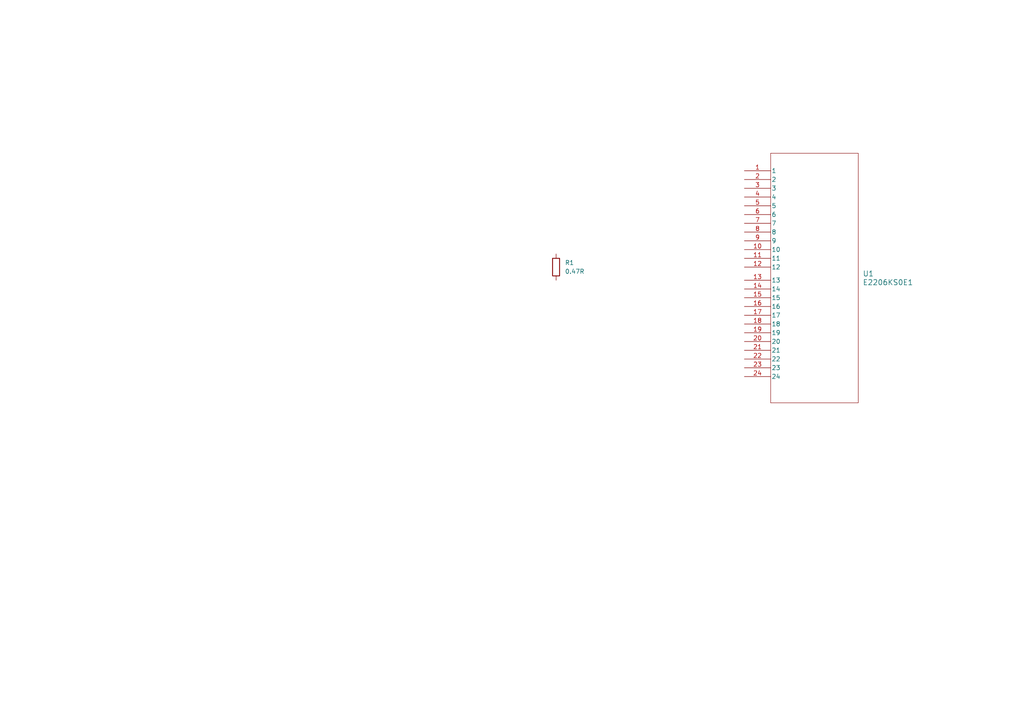
<source format=kicad_sch>
(kicad_sch (version 20250114) (generator "eeschema") (generator_version "9.0")
  (paper "A4")
  (lib_symbols
    (symbol "rsx_Resistors:0.47R" (pin_numbers (hide yes)) (pin_names (offset 0))
      (property "Reference" "R" (at 2.032 0 90))
      (property "Value" "0.47R" (at 0 0 90))
      (symbol "0.47R_0_1"
        (rectangle (start -1.016 -2.54) (end 1.016 2.54) (stroke (width 0.254)))
      )
      (symbol "0.47R_1_1"
        (pin passive line (at 0 3.81 270) (length 1.27) (name "~") (number "1"))
        (pin passive line (at 0 -3.81 90) (length 1.27) (name "~") (number "2"))
      )
    )
    (symbol "rsx_misc:Graphic Display" (pin_names (offset 0.254))
      (property "Reference" "U3" (at 20.32 10.16 0))
      (property "Value" "E2206KS0E1" (at 20.32 7.62 0))
      (symbol "Graphic Display_0_1"
        (polyline (pts (xy 7.62 5.08) (xy 7.62 -67.31)) (stroke (width 0.127)))
        (polyline (pts (xy 7.62 -67.31) (xy 33.02 -67.31)) (stroke (width 0.127)))
        (polyline (pts (xy 33.02 5.08) (xy 7.62 5.08)) (stroke (width 0.127)))
        (polyline (pts (xy 33.02 -67.31) (xy 33.02 5.08)) (stroke (width 0.127)))
        (pin unspecified line (at 0 0 0) (length 7.62) (name "1") (number "1"))
        (pin unspecified line (at 0 -2.54 0) (length 7.62) (name "2") (number "2"))
        (pin unspecified line (at 0 -5.08 0) (length 7.62) (name "3") (number "3"))
        (pin unspecified line (at 0 -7.62 0) (length 7.62) (name "4") (number "4"))
        (pin unspecified line (at 0 -10.16 0) (length 7.62) (name "5") (number "5"))
        (pin unspecified line (at 0 -12.7 0) (length 7.62) (name "6") (number "6"))
        (pin unspecified line (at 0 -15.24 0) (length 7.62) (name "7") (number "7"))
        (pin unspecified line (at 0 -17.78 0) (length 7.62) (name "8") (number "8"))
        (pin unspecified line (at 0 -20.32 0) (length 7.62) (name "9") (number "9"))
        (pin unspecified line (at 0 -22.86 0) (length 7.62) (name "10") (number "10"))
        (pin unspecified line (at 0 -25.4 0) (length 7.62) (name "11") (number "11"))
        (pin unspecified line (at 0 -27.94 0) (length 7.62) (name "12") (number "12"))
      )
      (symbol "Graphic Display_1_1"
        (pin unspecified line (at 0 -31.75 0) (length 7.62) (name "13") (number "13"))
        (pin unspecified line (at 0 -34.29 0) (length 7.62) (name "14") (number "14"))
        (pin unspecified line (at 0 -36.83 0) (length 7.62) (name "15") (number "15"))
        (pin unspecified line (at 0 -39.37 0) (length 7.62) (name "16") (number "16"))
        (pin unspecified line (at 0 -41.91 0) (length 7.62) (name "17") (number "17"))
        (pin unspecified line (at 0 -44.45 0) (length 7.62) (name "18") (number "18"))
        (pin unspecified line (at 0 -46.99 0) (length 7.62) (name "19") (number "19"))
        (pin unspecified line (at 0 -49.53 0) (length 7.62) (name "20") (number "20"))
        (pin unspecified line (at 0 -52.07 0) (length 7.62) (name "21") (number "21"))
        (pin unspecified line (at 0 -54.61 0) (length 7.62) (name "22") (number "22"))
        (pin unspecified line (at 0 -57.15 0) (length 7.62) (name "23") (number "23"))
        (pin unspecified line (at 0 -59.69 0) (length 7.62) (name "24") (number "24"))
      )
    )
  )
  (symbol (lib_id "rsx_misc:Graphic Display") (at 215.9 49.53 0) (unit 1)
    (property "Reference" "U1" (at 250.19 79.3749 0) (effects (font (size 1.524 1.524)) (justify left)))
    (property "Value" "E2206KS0E1" (at 250.19 81.9149 0) (effects (font (size 1.524 1.524)) (justify left)))
    (property "Description" "GRAPHIC DISPLAY TFT BLACK 2.06\"" (effects (hide yes)))
    (property "dpn" "553-3758-ND" (effects (hide yes)))
    (property "Manufacturer" "Pervasive Displays" (effects (hide yes)))
    (property "Manufacture Product Number" "E2206KS0E1" (effects (hide yes)))
  )
  (symbol (lib_id "rsx_Resistors:0.47R") (at 161.29 77.47 0) (unit 1)
    (property "Reference" "R1" (at 163.83 76.1999 0) (effects (justify left)))
    (property "Value" "0.47R" (at 163.83 78.7399 0) (effects (justify left)))
    (property "Footprint" "rsx_resistors:R_1206_3216Metric" (effects (hide yes)))
    (property "Datasheet" "https://www.yageogroup.com/content/Resource%20Library/Datasheet/PYU-RL_GROUP_521_ROHS_L.pdf" (effects (hide yes)))
    (property "Description" "RES 0.47 OHM 1% 1/4W 1206" (effects (hide yes)))
    (property "MFR" "  YAGEO" (effects (hide yes)))
    (property "DPN" "311-.47LWCT-ND" (effects (hide yes)))
    (property "MPN" "RL1206FR-070R47L" (effects (hide yes)))
  )
)
</source>
